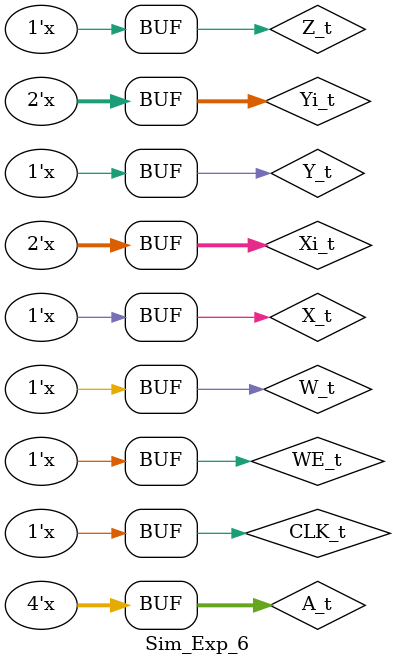
<source format=v>
`timescale 1ns / 1ps

module Sim_Exp_6(
    );
    reg CLK_t;
    reg WE_t;
    reg [3:0] A_t;
    reg W_t;
    reg X_t;
    reg Y_t;
    reg Z_t;
    reg [1:0] Xi_t;
    reg [1:0] Yi_t;
    wire [3:0] Do_t;
    
    RAM UUT (
        .CLK(CLK_t),
        .WE(WE_t),
        .A(A_t),
        .W(W_t),
        .X(X_t),
        .Xi(Xi_t),
        .Y(Y_t),
        .Yi(Yi_t),
        .Z(Z_t),
        .Do(Do_t)
        );
initial begin
    CLK_t = 1'b0;
    W_t = 1'b0;
    X_t = 1'b0;
    Y_t = 1'b0;
    Z_t = 1'b0;
    Xi_t = 2'b00;
    Yi_t = 2'b00;
    WE_t = 1'b1;
    A_t = 4'b0000;
end

always #5 CLK_t = ~CLK_t;
always #15 WE_t = ~WE_t;

always #10 A_t = A_t+1;
always #10 W_t = ~W_t;
always #20 X_t = ~X_t;
always #40 Y_t = ~Y_t;
always #80 Z_t = ~Z_t;
always #10 Xi_t = Xi_t + 1;
always #40 Yi_t = Yi_t + 1;

    
    
endmodule

</source>
